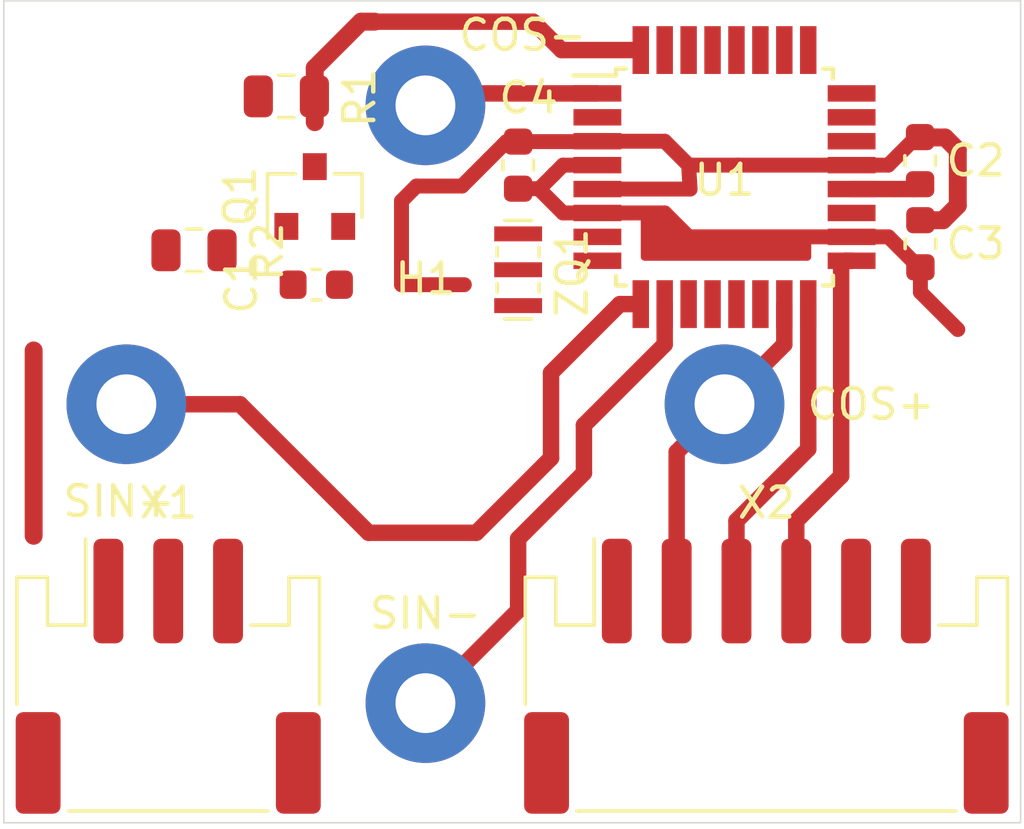
<source format=kicad_pcb>
(kicad_pcb (version 20171130) (host pcbnew 5.1.2-f72e74a~84~ubuntu18.04.1)

  (general
    (thickness 1.6)
    (drawings 5)
    (tracks 76)
    (zones 0)
    (modules 13)
    (nets 31)
  )

  (page A4)
  (layers
    (0 F.Cu signal)
    (31 B.Cu signal)
    (32 B.Adhes user hide)
    (33 F.Adhes user hide)
    (34 B.Paste user hide)
    (35 F.Paste user hide)
    (36 B.SilkS user hide)
    (37 F.SilkS user)
    (38 B.Mask user hide)
    (39 F.Mask user hide)
    (40 Dwgs.User user hide)
    (41 Cmts.User user hide)
    (42 Eco1.User user hide)
    (43 Eco2.User user hide)
    (44 Edge.Cuts user)
    (45 Margin user hide)
    (46 B.CrtYd user)
    (47 F.CrtYd user hide)
    (48 B.Fab user hide)
    (49 F.Fab user hide)
  )

  (setup
    (last_trace_width 0.55)
    (user_trace_width 0.4)
    (user_trace_width 0.55)
    (user_trace_width 0.6)
    (user_trace_width 1)
    (trace_clearance 0.3)
    (zone_clearance 0.508)
    (zone_45_only no)
    (trace_min 0.2)
    (via_size 0.8)
    (via_drill 0.4)
    (via_min_size 0.4)
    (via_min_drill 0.3)
    (uvia_size 0.3)
    (uvia_drill 0.1)
    (uvias_allowed no)
    (uvia_min_size 0.2)
    (uvia_min_drill 0.1)
    (edge_width 0.05)
    (segment_width 0.2)
    (pcb_text_width 0.3)
    (pcb_text_size 1.5 1.5)
    (mod_edge_width 0.12)
    (mod_text_size 1 1)
    (mod_text_width 0.15)
    (pad_size 3.2 3.2)
    (pad_drill 3.2)
    (pad_to_mask_clearance 0.051)
    (solder_mask_min_width 0.25)
    (aux_axis_origin 24.65 56.55)
    (grid_origin 24.65 56.55)
    (visible_elements FFFFFF7F)
    (pcbplotparams
      (layerselection 0x00000_fffffffe)
      (usegerberextensions false)
      (usegerberattributes false)
      (usegerberadvancedattributes false)
      (creategerberjobfile false)
      (excludeedgelayer false)
      (linewidth 0.020000)
      (plotframeref false)
      (viasonmask false)
      (mode 1)
      (useauxorigin false)
      (hpglpennumber 1)
      (hpglpenspeed 20)
      (hpglpendiameter 15.000000)
      (psnegative true)
      (psa4output false)
      (plotreference false)
      (plotvalue false)
      (plotinvisibletext false)
      (padsonsilk false)
      (subtractmaskfromsilk false)
      (outputformat 4)
      (mirror false)
      (drillshape 0)
      (scaleselection 1)
      (outputdirectory "../PCB/"))
  )

  (net 0 "")
  (net 1 +5V)
  (net 2 GND)
  (net 3 "Net-(U1-Pad2)")
  (net 4 "Net-(U1-Pad7)")
  (net 5 "Net-(U1-Pad8)")
  (net 6 "Net-(U1-Pad11)")
  (net 7 "Net-(U1-Pad12)")
  (net 8 "Net-(U1-Pad13)")
  (net 9 "Net-(U1-Pad14)")
  (net 10 RST)
  (net 11 "Net-(U1-Pad22)")
  (net 12 "Net-(U1-Pad23)")
  (net 13 "Net-(U1-Pad25)")
  (net 14 "Net-(U1-Pad26)")
  (net 15 "Net-(U1-Pad27)")
  (net 16 "Net-(U1-Pad28)")
  (net 17 "Net-(U1-Pad30)")
  (net 18 "Net-(U1-Pad31)")
  (net 19 "Net-(C2-Pad1)")
  (net 20 "Net-(U1-Pad19)")
  (net 21 /COS-)
  (net 22 /SIN+)
  (net 23 /SIN-)
  (net 24 /COS+)
  (net 25 "Net-(Q1-Pad3)")
  (net 26 "Net-(C1-Pad2)")
  (net 27 "Net-(R2-Pad2)")
  (net 28 /MISO)
  (net 29 /SCK)
  (net 30 "Net-(U1-Pad24)")

  (net_class Default "This is the default net class."
    (clearance 0.3)
    (trace_width 0.5)
    (via_dia 0.8)
    (via_drill 0.4)
    (uvia_dia 0.3)
    (uvia_drill 0.1)
    (add_net +5V)
    (add_net /COS+)
    (add_net /COS-)
    (add_net /MISO)
    (add_net /SCK)
    (add_net /SIN+)
    (add_net /SIN-)
    (add_net GND)
    (add_net "Net-(C1-Pad2)")
    (add_net "Net-(C2-Pad1)")
    (add_net "Net-(Q1-Pad3)")
    (add_net "Net-(R2-Pad2)")
    (add_net "Net-(U1-Pad11)")
    (add_net "Net-(U1-Pad12)")
    (add_net "Net-(U1-Pad13)")
    (add_net "Net-(U1-Pad14)")
    (add_net "Net-(U1-Pad19)")
    (add_net "Net-(U1-Pad2)")
    (add_net "Net-(U1-Pad22)")
    (add_net "Net-(U1-Pad23)")
    (add_net "Net-(U1-Pad24)")
    (add_net "Net-(U1-Pad25)")
    (add_net "Net-(U1-Pad26)")
    (add_net "Net-(U1-Pad27)")
    (add_net "Net-(U1-Pad28)")
    (add_net "Net-(U1-Pad30)")
    (add_net "Net-(U1-Pad31)")
    (add_net "Net-(U1-Pad7)")
    (add_net "Net-(U1-Pad8)")
    (add_net RST)
  )

  (module Crystal:Resonator_SMD_Murata_CSTxExxV-3Pin_3.2x1.3mm (layer F.Cu) (tedit 5FBA3677) (tstamp 5FBA3D1E)
    (at 41.85 38.05 270)
    (descr "SMD Resomator/Filter Murata CSTCE, https://www.murata.com/en-eu/products/productdata/8801162264606/SPEC-CSTNE16M0VH3C000R0.pdf")
    (tags "SMD SMT ceramic resonator filter")
    (path /5FBB700B)
    (attr smd)
    (fp_text reference ZQ1 (at 0.1 -1.8 90) (layer F.SilkS)
      (effects (font (size 1 1) (thickness 0.15)))
    )
    (fp_text value 16MHz (at 0.1 1.3 90) (layer F.Fab)
      (effects (font (size 0.2 0.2) (thickness 0.03)))
    )
    (fp_line (start 1.65 0.45) (end 1.65 -0.45) (layer F.SilkS) (width 0.12))
    (fp_line (start 0.75 0.7) (end 0.45 0.7) (layer F.SilkS) (width 0.12))
    (fp_line (start -0.45 0.7) (end -0.75 0.7) (layer F.SilkS) (width 0.12))
    (fp_line (start 0.75 -0.7) (end 0.45 -0.7) (layer F.SilkS) (width 0.12))
    (fp_line (start -0.45 -0.7) (end -0.75 -0.7) (layer F.SilkS) (width 0.12))
    (fp_line (start -1.6 0.65) (end 1.6 0.65) (layer F.CrtYd) (width 0.05))
    (fp_line (start -1.6 0.65) (end -1.6 -0.65) (layer F.CrtYd) (width 0.05))
    (fp_line (start 1.6 -0.65) (end 1.6 0.65) (layer F.CrtYd) (width 0.05))
    (fp_line (start -1.6 -0.65) (end 1.6 -0.65) (layer F.CrtYd) (width 0.05))
    (fp_line (start -1.5 0.8) (end -1.5 -0.8) (layer F.Fab) (width 0.1))
    (fp_line (start -1.5 0.8) (end 1.5 0.8) (layer F.Fab) (width 0.1))
    (fp_line (start 1.5 -0.8) (end -1.5 -0.8) (layer F.Fab) (width 0.1))
    (fp_line (start 1.5 0.8) (end 1.5 -0.8) (layer F.Fab) (width 0.1))
    (fp_line (start -1.65 0.45) (end -1.65 -0.45) (layer F.SilkS) (width 0.12))
    (fp_text user %R (at 0.1 -0.05 90) (layer F.Fab)
      (effects (font (size 0.6 0.6) (thickness 0.08)))
    )
    (pad 3 smd rect (at 1.2 0 270) (size 0.5 1.6) (layers F.Cu F.Paste F.Mask)
      (net 5 "Net-(U1-Pad8)"))
    (pad 2 smd rect (at 0 0 270) (size 0.5 1.6) (layers F.Cu F.Paste F.Mask)
      (net 2 GND))
    (pad 1 smd rect (at -1.2 0 270) (size 0.5 1.6) (layers F.Cu F.Paste F.Mask)
      (net 4 "Net-(U1-Pad7)"))
    (model ${KISYS3DMOD}/Crystal.3dshapes/Resonator_SMD_Murata_CSTxExxV-3Pin_3.0x1.1mm.wrl
      (at (xyz 0 0 0))
      (scale (xyz 1 1 1))
      (rotate (xyz 0 0 0))
    )
  )

  (module lexus-speedometer:toyota_potentiometer locked (layer F.Cu) (tedit 5E7AF178) (tstamp 5FB9D46F)
    (at 38.75 42.55)
    (path /5E96E688)
    (fp_text reference X3 (at -2.6 -3.5) (layer F.SilkS) hide
      (effects (font (size 1 1) (thickness 0.15)))
    )
    (fp_text value SPEED (at 12 -8) (layer F.Fab) hide
      (effects (font (size 1 1) (thickness 0.15)))
    )
    (fp_text user COS- (at 3.25 -12.35) (layer F.SilkS)
      (effects (font (size 1 1) (thickness 0.15)))
    )
    (fp_text user SIN- (at 0 7) (layer F.SilkS)
      (effects (font (size 1 1) (thickness 0.15)))
    )
    (fp_text user SIN+ (at -10.25 3.25) (layer F.SilkS)
      (effects (font (size 1 1) (thickness 0.15)))
    )
    (fp_text user COS+ (at 14.9 0) (layer F.SilkS)
      (effects (font (size 1 1) (thickness 0.15)))
    )
    (fp_circle (center 0 0) (end 1.5 0) (layer F.SilkS) (width 0.12))
    (pad 4 thru_hole circle (at 0 -10) (size 4 4) (drill 2) (layers F.Cu F.Mask)
      (net 21 /COS-) (clearance 0.6))
    (pad 2 thru_hole circle (at 0 10) (size 4 4) (drill 2) (layers F.Cu F.Mask)
      (net 23 /SIN-) (clearance 0.6))
    (pad 1 thru_hole circle (at -10 0) (size 4 4) (drill 2) (layers F.Cu F.Mask)
      (net 22 /SIN+) (clearance 0.6))
    (pad 3 thru_hole circle (at 10 0) (size 4 4) (drill 2) (layers F.Cu F.Mask)
      (net 24 /COS+) (clearance 0.6))
  )

  (module Capacitor_SMD:C_0603_1608Metric (layer F.Cu) (tedit 5B301BBE) (tstamp 5E79BE50)
    (at 55.29 34.4 90)
    (descr "Capacitor SMD 0603 (1608 Metric), square (rectangular) end terminal, IPC_7351 nominal, (Body size source: http://www.tortai-tech.com/upload/download/2011102023233369053.pdf), generated with kicad-footprint-generator")
    (tags capacitor)
    (path /5E7B582A)
    (attr smd)
    (fp_text reference C2 (at 0 1.86 180) (layer F.SilkS)
      (effects (font (size 1 1) (thickness 0.15)))
    )
    (fp_text value 0.1 (at 0 1.43 90) (layer F.Fab)
      (effects (font (size 1 1) (thickness 0.15)))
    )
    (fp_text user %R (at 0 0 90) (layer F.Fab)
      (effects (font (size 0.4 0.4) (thickness 0.06)))
    )
    (fp_line (start 1.48 0.73) (end -1.48 0.73) (layer F.CrtYd) (width 0.05))
    (fp_line (start 1.48 -0.73) (end 1.48 0.73) (layer F.CrtYd) (width 0.05))
    (fp_line (start -1.48 -0.73) (end 1.48 -0.73) (layer F.CrtYd) (width 0.05))
    (fp_line (start -1.48 0.73) (end -1.48 -0.73) (layer F.CrtYd) (width 0.05))
    (fp_line (start -0.162779 0.51) (end 0.162779 0.51) (layer F.SilkS) (width 0.12))
    (fp_line (start -0.162779 -0.51) (end 0.162779 -0.51) (layer F.SilkS) (width 0.12))
    (fp_line (start 0.8 0.4) (end -0.8 0.4) (layer F.Fab) (width 0.1))
    (fp_line (start 0.8 -0.4) (end 0.8 0.4) (layer F.Fab) (width 0.1))
    (fp_line (start -0.8 -0.4) (end 0.8 -0.4) (layer F.Fab) (width 0.1))
    (fp_line (start -0.8 0.4) (end -0.8 -0.4) (layer F.Fab) (width 0.1))
    (pad 2 smd roundrect (at 0.7875 0 90) (size 0.875 0.95) (layers F.Cu F.Paste F.Mask) (roundrect_rratio 0.25)
      (net 2 GND))
    (pad 1 smd roundrect (at -0.7875 0 90) (size 0.875 0.95) (layers F.Cu F.Paste F.Mask) (roundrect_rratio 0.25)
      (net 19 "Net-(C2-Pad1)"))
    (model ${KISYS3DMOD}/Capacitor_SMD.3dshapes/C_0603_1608Metric.wrl
      (at (xyz 0 0 0))
      (scale (xyz 1 1 1))
      (rotate (xyz 0 0 0))
    )
  )

  (module Capacitor_SMD:C_0603_1608Metric (layer F.Cu) (tedit 5B301BBE) (tstamp 5E79ABC4)
    (at 41.85 34.55 90)
    (descr "Capacitor SMD 0603 (1608 Metric), square (rectangular) end terminal, IPC_7351 nominal, (Body size source: http://www.tortai-tech.com/upload/download/2011102023233369053.pdf), generated with kicad-footprint-generator")
    (tags capacitor)
    (path /5E7A886D)
    (attr smd)
    (fp_text reference C4 (at 2.25 0.35 180) (layer F.SilkS)
      (effects (font (size 1 1) (thickness 0.15)))
    )
    (fp_text value 10u (at 0 1.43 90) (layer F.Fab)
      (effects (font (size 1 1) (thickness 0.15)))
    )
    (fp_text user %R (at 0 0 90) (layer F.Fab)
      (effects (font (size 0.4 0.4) (thickness 0.06)))
    )
    (fp_line (start 1.48 0.73) (end -1.48 0.73) (layer F.CrtYd) (width 0.05))
    (fp_line (start 1.48 -0.73) (end 1.48 0.73) (layer F.CrtYd) (width 0.05))
    (fp_line (start -1.48 -0.73) (end 1.48 -0.73) (layer F.CrtYd) (width 0.05))
    (fp_line (start -1.48 0.73) (end -1.48 -0.73) (layer F.CrtYd) (width 0.05))
    (fp_line (start -0.162779 0.51) (end 0.162779 0.51) (layer F.SilkS) (width 0.12))
    (fp_line (start -0.162779 -0.51) (end 0.162779 -0.51) (layer F.SilkS) (width 0.12))
    (fp_line (start 0.8 0.4) (end -0.8 0.4) (layer F.Fab) (width 0.1))
    (fp_line (start 0.8 -0.4) (end 0.8 0.4) (layer F.Fab) (width 0.1))
    (fp_line (start -0.8 -0.4) (end 0.8 -0.4) (layer F.Fab) (width 0.1))
    (fp_line (start -0.8 0.4) (end -0.8 -0.4) (layer F.Fab) (width 0.1))
    (pad 2 smd roundrect (at 0.7875 0 90) (size 0.875 0.95) (layers F.Cu F.Paste F.Mask) (roundrect_rratio 0.25)
      (net 2 GND))
    (pad 1 smd roundrect (at -0.7875 0 90) (size 0.875 0.95) (layers F.Cu F.Paste F.Mask) (roundrect_rratio 0.25)
      (net 1 +5V))
    (model ${KISYS3DMOD}/Capacitor_SMD.3dshapes/C_0603_1608Metric.wrl
      (at (xyz 0 0 0))
      (scale (xyz 1 1 1))
      (rotate (xyz 0 0 0))
    )
  )

  (module Capacitor_SMD:C_0603_1608Metric (layer F.Cu) (tedit 5B301BBE) (tstamp 5E79A502)
    (at 55.3 37.18 90)
    (descr "Capacitor SMD 0603 (1608 Metric), square (rectangular) end terminal, IPC_7351 nominal, (Body size source: http://www.tortai-tech.com/upload/download/2011102023233369053.pdf), generated with kicad-footprint-generator")
    (tags capacitor)
    (path /5EA4C7C6)
    (attr smd)
    (fp_text reference C3 (at 0 1.85 180) (layer F.SilkS)
      (effects (font (size 1 1) (thickness 0.15)))
    )
    (fp_text value 0.1 (at 0 1.43 90) (layer F.Fab)
      (effects (font (size 1 1) (thickness 0.15)))
    )
    (fp_text user %R (at 0 0 90) (layer F.Fab)
      (effects (font (size 0.4 0.4) (thickness 0.06)))
    )
    (fp_line (start 1.48 0.73) (end -1.48 0.73) (layer F.CrtYd) (width 0.05))
    (fp_line (start 1.48 -0.73) (end 1.48 0.73) (layer F.CrtYd) (width 0.05))
    (fp_line (start -1.48 -0.73) (end 1.48 -0.73) (layer F.CrtYd) (width 0.05))
    (fp_line (start -1.48 0.73) (end -1.48 -0.73) (layer F.CrtYd) (width 0.05))
    (fp_line (start -0.162779 0.51) (end 0.162779 0.51) (layer F.SilkS) (width 0.12))
    (fp_line (start -0.162779 -0.51) (end 0.162779 -0.51) (layer F.SilkS) (width 0.12))
    (fp_line (start 0.8 0.4) (end -0.8 0.4) (layer F.Fab) (width 0.1))
    (fp_line (start 0.8 -0.4) (end 0.8 0.4) (layer F.Fab) (width 0.1))
    (fp_line (start -0.8 -0.4) (end 0.8 -0.4) (layer F.Fab) (width 0.1))
    (fp_line (start -0.8 0.4) (end -0.8 -0.4) (layer F.Fab) (width 0.1))
    (pad 2 smd roundrect (at 0.7875 0 90) (size 0.875 0.95) (layers F.Cu F.Paste F.Mask) (roundrect_rratio 0.25)
      (net 2 GND))
    (pad 1 smd roundrect (at -0.7875 0 90) (size 0.875 0.95) (layers F.Cu F.Paste F.Mask) (roundrect_rratio 0.25)
      (net 1 +5V))
    (model ${KISYS3DMOD}/Capacitor_SMD.3dshapes/C_0603_1608Metric.wrl
      (at (xyz 0 0 0))
      (scale (xyz 1 1 1))
      (rotate (xyz 0 0 0))
    )
  )

  (module Package_QFP:TQFP-32_7x7mm_P0.8mm (layer F.Cu) (tedit 5A02F146) (tstamp 5E797BC9)
    (at 48.75 34.95)
    (descr "32-Lead Plastic Thin Quad Flatpack (PT) - 7x7x1.0 mm Body, 2.00 mm [TQFP] (see Microchip Packaging Specification 00000049BS.pdf)")
    (tags "QFP 0.8")
    (path /5E78E732)
    (attr smd)
    (fp_text reference U1 (at 0 0.1) (layer F.SilkS)
      (effects (font (size 1 1) (thickness 0.15)))
    )
    (fp_text value ATmega88 (at 0 6.05) (layer F.Fab)
      (effects (font (size 1 1) (thickness 0.15)))
    )
    (fp_text user %R (at 0 0) (layer F.Fab)
      (effects (font (size 1 1) (thickness 0.15)))
    )
    (fp_line (start -2.5 -3.5) (end 3.5 -3.5) (layer F.Fab) (width 0.15))
    (fp_line (start 3.5 -3.5) (end 3.5 3.5) (layer F.Fab) (width 0.15))
    (fp_line (start 3.5 3.5) (end -3.5 3.5) (layer F.Fab) (width 0.15))
    (fp_line (start -3.5 3.5) (end -3.5 -2.5) (layer F.Fab) (width 0.15))
    (fp_line (start -3.5 -2.5) (end -2.5 -3.5) (layer F.Fab) (width 0.15))
    (fp_line (start -5.3 -5.3) (end -5.3 5.3) (layer F.CrtYd) (width 0.05))
    (fp_line (start 5.3 -5.3) (end 5.3 5.3) (layer F.CrtYd) (width 0.05))
    (fp_line (start -5.3 -5.3) (end 5.3 -5.3) (layer F.CrtYd) (width 0.05))
    (fp_line (start -5.3 5.3) (end 5.3 5.3) (layer F.CrtYd) (width 0.05))
    (fp_line (start -3.625 -3.625) (end -3.625 -3.4) (layer F.SilkS) (width 0.15))
    (fp_line (start 3.625 -3.625) (end 3.625 -3.3) (layer F.SilkS) (width 0.15))
    (fp_line (start 3.625 3.625) (end 3.625 3.3) (layer F.SilkS) (width 0.15))
    (fp_line (start -3.625 3.625) (end -3.625 3.3) (layer F.SilkS) (width 0.15))
    (fp_line (start -3.625 -3.625) (end -3.3 -3.625) (layer F.SilkS) (width 0.15))
    (fp_line (start -3.625 3.625) (end -3.3 3.625) (layer F.SilkS) (width 0.15))
    (fp_line (start 3.625 3.625) (end 3.3 3.625) (layer F.SilkS) (width 0.15))
    (fp_line (start 3.625 -3.625) (end 3.3 -3.625) (layer F.SilkS) (width 0.15))
    (fp_line (start -3.625 -3.4) (end -5.05 -3.4) (layer F.SilkS) (width 0.15))
    (pad 1 smd rect (at -4.25 -2.8) (size 1.6 0.55) (layers F.Cu F.Paste F.Mask)
      (net 21 /COS-))
    (pad 2 smd rect (at -4.25 -2) (size 1.6 0.55) (layers F.Cu F.Paste F.Mask)
      (net 3 "Net-(U1-Pad2)"))
    (pad 3 smd rect (at -4.25 -1.2) (size 1.6 0.55) (layers F.Cu F.Paste F.Mask)
      (net 2 GND))
    (pad 4 smd rect (at -4.25 -0.4) (size 1.6 0.55) (layers F.Cu F.Paste F.Mask)
      (net 1 +5V))
    (pad 5 smd rect (at -4.25 0.4) (size 1.6 0.55) (layers F.Cu F.Paste F.Mask)
      (net 2 GND))
    (pad 6 smd rect (at -4.25 1.2) (size 1.6 0.55) (layers F.Cu F.Paste F.Mask)
      (net 1 +5V))
    (pad 7 smd rect (at -4.25 2) (size 1.6 0.55) (layers F.Cu F.Paste F.Mask)
      (net 4 "Net-(U1-Pad7)"))
    (pad 8 smd rect (at -4.25 2.8) (size 1.6 0.55) (layers F.Cu F.Paste F.Mask)
      (net 5 "Net-(U1-Pad8)"))
    (pad 9 smd rect (at -2.8 4.25 90) (size 1.6 0.55) (layers F.Cu F.Paste F.Mask)
      (net 22 /SIN+))
    (pad 10 smd rect (at -2 4.25 90) (size 1.6 0.55) (layers F.Cu F.Paste F.Mask)
      (net 23 /SIN-))
    (pad 11 smd rect (at -1.2 4.25 90) (size 1.6 0.55) (layers F.Cu F.Paste F.Mask)
      (net 6 "Net-(U1-Pad11)"))
    (pad 12 smd rect (at -0.4 4.25 90) (size 1.6 0.55) (layers F.Cu F.Paste F.Mask)
      (net 7 "Net-(U1-Pad12)"))
    (pad 13 smd rect (at 0.4 4.25 90) (size 1.6 0.55) (layers F.Cu F.Paste F.Mask)
      (net 8 "Net-(U1-Pad13)"))
    (pad 14 smd rect (at 1.2 4.25 90) (size 1.6 0.55) (layers F.Cu F.Paste F.Mask)
      (net 9 "Net-(U1-Pad14)"))
    (pad 15 smd rect (at 2 4.25 90) (size 1.6 0.55) (layers F.Cu F.Paste F.Mask)
      (net 24 /COS+))
    (pad 16 smd rect (at 2.8 4.25 90) (size 1.6 0.55) (layers F.Cu F.Paste F.Mask)
      (net 28 /MISO))
    (pad 17 smd rect (at 4.25 2.8) (size 1.6 0.55) (layers F.Cu F.Paste F.Mask)
      (net 29 /SCK))
    (pad 18 smd rect (at 4.25 2) (size 1.6 0.55) (layers F.Cu F.Paste F.Mask)
      (net 1 +5V))
    (pad 19 smd rect (at 4.25 1.2) (size 1.6 0.55) (layers F.Cu F.Paste F.Mask)
      (net 20 "Net-(U1-Pad19)"))
    (pad 20 smd rect (at 4.25 0.4) (size 1.6 0.55) (layers F.Cu F.Paste F.Mask)
      (net 19 "Net-(C2-Pad1)"))
    (pad 21 smd rect (at 4.25 -0.4) (size 1.6 0.55) (layers F.Cu F.Paste F.Mask)
      (net 2 GND))
    (pad 22 smd rect (at 4.25 -1.2) (size 1.6 0.55) (layers F.Cu F.Paste F.Mask)
      (net 11 "Net-(U1-Pad22)"))
    (pad 23 smd rect (at 4.25 -2) (size 1.6 0.55) (layers F.Cu F.Paste F.Mask)
      (net 12 "Net-(U1-Pad23)"))
    (pad 24 smd rect (at 4.25 -2.8) (size 1.6 0.55) (layers F.Cu F.Paste F.Mask)
      (net 30 "Net-(U1-Pad24)"))
    (pad 25 smd rect (at 2.8 -4.25 90) (size 1.6 0.55) (layers F.Cu F.Paste F.Mask)
      (net 13 "Net-(U1-Pad25)"))
    (pad 26 smd rect (at 2 -4.25 90) (size 1.6 0.55) (layers F.Cu F.Paste F.Mask)
      (net 14 "Net-(U1-Pad26)"))
    (pad 27 smd rect (at 1.2 -4.25 90) (size 1.6 0.55) (layers F.Cu F.Paste F.Mask)
      (net 15 "Net-(U1-Pad27)"))
    (pad 28 smd rect (at 0.4 -4.25 90) (size 1.6 0.55) (layers F.Cu F.Paste F.Mask)
      (net 16 "Net-(U1-Pad28)"))
    (pad 29 smd rect (at -0.4 -4.25 90) (size 1.6 0.55) (layers F.Cu F.Paste F.Mask)
      (net 10 RST))
    (pad 30 smd rect (at -1.2 -4.25 90) (size 1.6 0.55) (layers F.Cu F.Paste F.Mask)
      (net 17 "Net-(U1-Pad30)"))
    (pad 31 smd rect (at -2 -4.25 90) (size 1.6 0.55) (layers F.Cu F.Paste F.Mask)
      (net 18 "Net-(U1-Pad31)"))
    (pad 32 smd rect (at -2.8 -4.25 90) (size 1.6 0.55) (layers F.Cu F.Paste F.Mask)
      (net 25 "Net-(Q1-Pad3)"))
    (model ${KISYS3DMOD}/Package_QFP.3dshapes/TQFP-32_7x7mm_P0.8mm.wrl
      (at (xyz 0 0 0))
      (scale (xyz 1 1 1))
      (rotate (xyz 0 0 0))
    )
  )

  (module Package_TO_SOT_SMD:SOT-23 (layer F.Cu) (tedit 5A02FF57) (tstamp 5FB9EA31)
    (at 35.05 35.6 90)
    (descr "SOT-23, Standard")
    (tags SOT-23)
    (path /5E7C311C)
    (attr smd)
    (fp_text reference Q1 (at 0 -2.5 90) (layer F.SilkS)
      (effects (font (size 1 1) (thickness 0.15)))
    )
    (fp_text value 2SC2412 (at 0 2.5 90) (layer F.Fab)
      (effects (font (size 1 1) (thickness 0.15)))
    )
    (fp_text user %R (at 0 0) (layer F.Fab)
      (effects (font (size 0.5 0.5) (thickness 0.075)))
    )
    (fp_line (start -0.7 -0.95) (end -0.7 1.5) (layer F.Fab) (width 0.1))
    (fp_line (start -0.15 -1.52) (end 0.7 -1.52) (layer F.Fab) (width 0.1))
    (fp_line (start -0.7 -0.95) (end -0.15 -1.52) (layer F.Fab) (width 0.1))
    (fp_line (start 0.7 -1.52) (end 0.7 1.52) (layer F.Fab) (width 0.1))
    (fp_line (start -0.7 1.52) (end 0.7 1.52) (layer F.Fab) (width 0.1))
    (fp_line (start 0.76 1.58) (end 0.76 0.65) (layer F.SilkS) (width 0.12))
    (fp_line (start 0.76 -1.58) (end 0.76 -0.65) (layer F.SilkS) (width 0.12))
    (fp_line (start -1.7 -1.75) (end 1.7 -1.75) (layer F.CrtYd) (width 0.05))
    (fp_line (start 1.7 -1.75) (end 1.7 1.75) (layer F.CrtYd) (width 0.05))
    (fp_line (start 1.7 1.75) (end -1.7 1.75) (layer F.CrtYd) (width 0.05))
    (fp_line (start -1.7 1.75) (end -1.7 -1.75) (layer F.CrtYd) (width 0.05))
    (fp_line (start 0.76 -1.58) (end -1.4 -1.58) (layer F.SilkS) (width 0.12))
    (fp_line (start 0.76 1.58) (end -0.7 1.58) (layer F.SilkS) (width 0.12))
    (pad 1 smd rect (at -1 -0.95 90) (size 0.9 0.8) (layers F.Cu F.Paste F.Mask)
      (net 26 "Net-(C1-Pad2)"))
    (pad 2 smd rect (at -1 0.95 90) (size 0.9 0.8) (layers F.Cu F.Paste F.Mask)
      (net 2 GND))
    (pad 3 smd rect (at 1 0 90) (size 0.9 0.8) (layers F.Cu F.Paste F.Mask)
      (net 25 "Net-(Q1-Pad3)"))
    (model ${KISYS3DMOD}/Package_TO_SOT_SMD.3dshapes/SOT-23.wrl
      (at (xyz 0 0 0))
      (scale (xyz 1 1 1))
      (rotate (xyz 0 0 0))
    )
  )

  (module Resistor_SMD:R_0805_2012Metric (layer F.Cu) (tedit 5B36C52B) (tstamp 5E7A9E84)
    (at 31.0125 37.4 180)
    (descr "Resistor SMD 0805 (2012 Metric), square (rectangular) end terminal, IPC_7351 nominal, (Body size source: https://docs.google.com/spreadsheets/d/1BsfQQcO9C6DZCsRaXUlFlo91Tg2WpOkGARC1WS5S8t0/edit?usp=sharing), generated with kicad-footprint-generator")
    (tags resistor)
    (path /5E7E2A8A)
    (attr smd)
    (fp_text reference R2 (at -2.45 -0.05 270) (layer F.SilkS)
      (effects (font (size 1 1) (thickness 0.15)))
    )
    (fp_text value 10k (at 0 1.65) (layer F.Fab)
      (effects (font (size 1 1) (thickness 0.15)))
    )
    (fp_line (start -1 0.6) (end -1 -0.6) (layer F.Fab) (width 0.1))
    (fp_line (start -1 -0.6) (end 1 -0.6) (layer F.Fab) (width 0.1))
    (fp_line (start 1 -0.6) (end 1 0.6) (layer F.Fab) (width 0.1))
    (fp_line (start 1 0.6) (end -1 0.6) (layer F.Fab) (width 0.1))
    (fp_line (start -0.258578 -0.71) (end 0.258578 -0.71) (layer F.SilkS) (width 0.12))
    (fp_line (start -0.258578 0.71) (end 0.258578 0.71) (layer F.SilkS) (width 0.12))
    (fp_line (start -1.68 0.95) (end -1.68 -0.95) (layer F.CrtYd) (width 0.05))
    (fp_line (start -1.68 -0.95) (end 1.68 -0.95) (layer F.CrtYd) (width 0.05))
    (fp_line (start 1.68 -0.95) (end 1.68 0.95) (layer F.CrtYd) (width 0.05))
    (fp_line (start 1.68 0.95) (end -1.68 0.95) (layer F.CrtYd) (width 0.05))
    (fp_text user %R (at 0 0) (layer F.Fab)
      (effects (font (size 0.5 0.5) (thickness 0.08)))
    )
    (pad 1 smd roundrect (at -0.9375 0 180) (size 0.975 1.4) (layers F.Cu F.Paste F.Mask) (roundrect_rratio 0.25)
      (net 26 "Net-(C1-Pad2)"))
    (pad 2 smd roundrect (at 0.9375 0 180) (size 0.975 1.4) (layers F.Cu F.Paste F.Mask) (roundrect_rratio 0.25)
      (net 27 "Net-(R2-Pad2)"))
    (model ${KISYS3DMOD}/Resistor_SMD.3dshapes/R_0805_2012Metric.wrl
      (at (xyz 0 0 0))
      (scale (xyz 1 1 1))
      (rotate (xyz 0 0 0))
    )
  )

  (module Resistor_SMD:R_0805_2012Metric (layer F.Cu) (tedit 5B36C52B) (tstamp 5E7A964C)
    (at 34.1 32.25)
    (descr "Resistor SMD 0805 (2012 Metric), square (rectangular) end terminal, IPC_7351 nominal, (Body size source: https://docs.google.com/spreadsheets/d/1BsfQQcO9C6DZCsRaXUlFlo91Tg2WpOkGARC1WS5S8t0/edit?usp=sharing), generated with kicad-footprint-generator")
    (tags resistor)
    (path /5E7D758D)
    (attr smd)
    (fp_text reference R1 (at 2.45 0.05 270) (layer F.SilkS)
      (effects (font (size 1 1) (thickness 0.15)))
    )
    (fp_text value 1k (at 0 1.65) (layer F.Fab)
      (effects (font (size 1 1) (thickness 0.15)))
    )
    (fp_text user %R (at 0 0) (layer F.Fab)
      (effects (font (size 0.5 0.5) (thickness 0.08)))
    )
    (fp_line (start 1.68 0.95) (end -1.68 0.95) (layer F.CrtYd) (width 0.05))
    (fp_line (start 1.68 -0.95) (end 1.68 0.95) (layer F.CrtYd) (width 0.05))
    (fp_line (start -1.68 -0.95) (end 1.68 -0.95) (layer F.CrtYd) (width 0.05))
    (fp_line (start -1.68 0.95) (end -1.68 -0.95) (layer F.CrtYd) (width 0.05))
    (fp_line (start -0.258578 0.71) (end 0.258578 0.71) (layer F.SilkS) (width 0.12))
    (fp_line (start -0.258578 -0.71) (end 0.258578 -0.71) (layer F.SilkS) (width 0.12))
    (fp_line (start 1 0.6) (end -1 0.6) (layer F.Fab) (width 0.1))
    (fp_line (start 1 -0.6) (end 1 0.6) (layer F.Fab) (width 0.1))
    (fp_line (start -1 -0.6) (end 1 -0.6) (layer F.Fab) (width 0.1))
    (fp_line (start -1 0.6) (end -1 -0.6) (layer F.Fab) (width 0.1))
    (pad 2 smd roundrect (at 0.9375 0) (size 0.975 1.4) (layers F.Cu F.Paste F.Mask) (roundrect_rratio 0.25)
      (net 25 "Net-(Q1-Pad3)"))
    (pad 1 smd roundrect (at -0.9375 0) (size 0.975 1.4) (layers F.Cu F.Paste F.Mask) (roundrect_rratio 0.25)
      (net 1 +5V))
    (model ${KISYS3DMOD}/Resistor_SMD.3dshapes/R_0805_2012Metric.wrl
      (at (xyz 0 0 0))
      (scale (xyz 1 1 1))
      (rotate (xyz 0 0 0))
    )
  )

  (module Capacitor_SMD:C_0603_1608Metric (layer F.Cu) (tedit 5F68FEEE) (tstamp 5FB9E9FD)
    (at 35.1 38.55 180)
    (descr "Capacitor SMD 0603 (1608 Metric), square (rectangular) end terminal, IPC_7351 nominal, (Body size source: IPC-SM-782 page 76, https://www.pcb-3d.com/wordpress/wp-content/uploads/ipc-sm-782a_amendment_1_and_2.pdf), generated with kicad-footprint-generator")
    (tags capacitor)
    (path /5EF08DCC)
    (attr smd)
    (fp_text reference C1 (at 2.5 0 270) (layer F.SilkS)
      (effects (font (size 1 1) (thickness 0.15)))
    )
    (fp_text value 10u (at 0 1.43) (layer F.Fab)
      (effects (font (size 1 1) (thickness 0.15)))
    )
    (fp_line (start -0.8 0.4) (end -0.8 -0.4) (layer F.Fab) (width 0.1))
    (fp_line (start -0.8 -0.4) (end 0.8 -0.4) (layer F.Fab) (width 0.1))
    (fp_line (start 0.8 -0.4) (end 0.8 0.4) (layer F.Fab) (width 0.1))
    (fp_line (start 0.8 0.4) (end -0.8 0.4) (layer F.Fab) (width 0.1))
    (fp_line (start -0.14058 -0.51) (end 0.14058 -0.51) (layer F.SilkS) (width 0.12))
    (fp_line (start -0.14058 0.51) (end 0.14058 0.51) (layer F.SilkS) (width 0.12))
    (fp_line (start -1.48 0.73) (end -1.48 -0.73) (layer F.CrtYd) (width 0.05))
    (fp_line (start -1.48 -0.73) (end 1.48 -0.73) (layer F.CrtYd) (width 0.05))
    (fp_line (start 1.48 -0.73) (end 1.48 0.73) (layer F.CrtYd) (width 0.05))
    (fp_line (start 1.48 0.73) (end -1.48 0.73) (layer F.CrtYd) (width 0.05))
    (fp_text user %R (at 0 0) (layer F.Fab)
      (effects (font (size 0.4 0.4) (thickness 0.06)))
    )
    (pad 1 smd roundrect (at -0.775 0 180) (size 0.9 0.95) (layers F.Cu F.Paste F.Mask) (roundrect_rratio 0.25)
      (net 2 GND))
    (pad 2 smd roundrect (at 0.775 0 180) (size 0.9 0.95) (layers F.Cu F.Paste F.Mask) (roundrect_rratio 0.25)
      (net 26 "Net-(C1-Pad2)"))
    (model ${KISYS3DMOD}/Capacitor_SMD.3dshapes/C_0603_1608Metric.wrl
      (at (xyz 0 0 0))
      (scale (xyz 1 1 1))
      (rotate (xyz 0 0 0))
    )
  )

  (module Connector_JST:JST_PH_S3B-PH-SM4-TB_1x03-1MP_P2.00mm_Horizontal (layer F.Cu) (tedit 5B78AD87) (tstamp 5FB9E803)
    (at 30.15 51.65)
    (descr "JST PH series connector, S3B-PH-SM4-TB (http://www.jst-mfg.com/product/pdf/eng/ePH.pdf), generated with kicad-footprint-generator")
    (tags "connector JST PH top entry")
    (path /5FB8E671)
    (attr smd)
    (fp_text reference X1 (at 0 -5.8) (layer F.SilkS)
      (effects (font (size 1 1) (thickness 0.15)))
    )
    (fp_text value PNL (at 0 5.8) (layer F.Fab)
      (effects (font (size 1 1) (thickness 0.15)))
    )
    (fp_line (start -4.95 -3.2) (end -4.15 -3.2) (layer F.Fab) (width 0.1))
    (fp_line (start -4.15 -3.2) (end -4.15 -1.6) (layer F.Fab) (width 0.1))
    (fp_line (start -4.15 -1.6) (end 4.15 -1.6) (layer F.Fab) (width 0.1))
    (fp_line (start 4.15 -1.6) (end 4.15 -3.2) (layer F.Fab) (width 0.1))
    (fp_line (start 4.15 -3.2) (end 4.95 -3.2) (layer F.Fab) (width 0.1))
    (fp_line (start -5.06 0.94) (end -5.06 -3.31) (layer F.SilkS) (width 0.12))
    (fp_line (start -5.06 -3.31) (end -4.04 -3.31) (layer F.SilkS) (width 0.12))
    (fp_line (start -4.04 -3.31) (end -4.04 -1.71) (layer F.SilkS) (width 0.12))
    (fp_line (start -4.04 -1.71) (end -2.76 -1.71) (layer F.SilkS) (width 0.12))
    (fp_line (start -2.76 -1.71) (end -2.76 -4.6) (layer F.SilkS) (width 0.12))
    (fp_line (start 5.06 0.94) (end 5.06 -3.31) (layer F.SilkS) (width 0.12))
    (fp_line (start 5.06 -3.31) (end 4.04 -3.31) (layer F.SilkS) (width 0.12))
    (fp_line (start 4.04 -3.31) (end 4.04 -1.71) (layer F.SilkS) (width 0.12))
    (fp_line (start 4.04 -1.71) (end 2.76 -1.71) (layer F.SilkS) (width 0.12))
    (fp_line (start -3.34 4.51) (end 3.34 4.51) (layer F.SilkS) (width 0.12))
    (fp_line (start -4.95 4.4) (end 4.95 4.4) (layer F.Fab) (width 0.1))
    (fp_line (start -4.95 -3.2) (end -4.95 4.4) (layer F.Fab) (width 0.1))
    (fp_line (start 4.95 -3.2) (end 4.95 4.4) (layer F.Fab) (width 0.1))
    (fp_line (start -5.6 -5.1) (end -5.6 5.1) (layer F.CrtYd) (width 0.05))
    (fp_line (start -5.6 5.1) (end 5.6 5.1) (layer F.CrtYd) (width 0.05))
    (fp_line (start 5.6 5.1) (end 5.6 -5.1) (layer F.CrtYd) (width 0.05))
    (fp_line (start 5.6 -5.1) (end -5.6 -5.1) (layer F.CrtYd) (width 0.05))
    (fp_line (start -2.5 -1.6) (end -2 -0.892893) (layer F.Fab) (width 0.1))
    (fp_line (start -2 -0.892893) (end -1.5 -1.6) (layer F.Fab) (width 0.1))
    (fp_text user %R (at 0 1.5) (layer F.Fab)
      (effects (font (size 1 1) (thickness 0.15)))
    )
    (pad 1 smd roundrect (at -2 -2.85) (size 1 3.5) (layers F.Cu F.Paste F.Mask) (roundrect_rratio 0.25)
      (net 2 GND))
    (pad 2 smd roundrect (at 0 -2.85) (size 1 3.5) (layers F.Cu F.Paste F.Mask) (roundrect_rratio 0.25)
      (net 27 "Net-(R2-Pad2)"))
    (pad 3 smd roundrect (at 2 -2.85) (size 1 3.5) (layers F.Cu F.Paste F.Mask) (roundrect_rratio 0.25)
      (net 1 +5V))
    (pad MP smd roundrect (at -4.35 2.9) (size 1.5 3.4) (layers F.Cu F.Paste F.Mask) (roundrect_rratio 0.166667))
    (pad MP smd roundrect (at 4.35 2.9) (size 1.5 3.4) (layers F.Cu F.Paste F.Mask) (roundrect_rratio 0.166667))
    (model ${KISYS3DMOD}/Connector_JST.3dshapes/JST_PH_S3B-PH-SM4-TB_1x03-1MP_P2.00mm_Horizontal.wrl
      (at (xyz 0 0 0))
      (scale (xyz 1 1 1))
      (rotate (xyz 0 0 0))
    )
  )

  (module JST_PH_S6B-PH-SM4-TB_1x06-1MP_P2.00mm_Horizontal (layer F.Cu) (tedit 5B78AD87) (tstamp 5FB9DE88)
    (at 50.15 51.65)
    (descr "JST PH series connector, S6B-PH-SM4-TB (http://www.jst-mfg.com/product/pdf/eng/ePH.pdf), generated with kicad-footprint-generator")
    (tags "connector JST PH top entry")
    (path /5FB8FEAF)
    (attr smd)
    (fp_text reference X2 (at 0 -5.8) (layer F.SilkS)
      (effects (font (size 1 1) (thickness 0.15)))
    )
    (fp_text value SPI (at 0 5.8) (layer F.Fab)
      (effects (font (size 1 1) (thickness 0.15)))
    )
    (fp_line (start -7.95 -3.2) (end -7.15 -3.2) (layer F.Fab) (width 0.1))
    (fp_line (start -7.15 -3.2) (end -7.15 -1.6) (layer F.Fab) (width 0.1))
    (fp_line (start -7.15 -1.6) (end 7.15 -1.6) (layer F.Fab) (width 0.1))
    (fp_line (start 7.15 -1.6) (end 7.15 -3.2) (layer F.Fab) (width 0.1))
    (fp_line (start 7.15 -3.2) (end 7.95 -3.2) (layer F.Fab) (width 0.1))
    (fp_line (start -8.06 0.94) (end -8.06 -3.31) (layer F.SilkS) (width 0.12))
    (fp_line (start -8.06 -3.31) (end -7.04 -3.31) (layer F.SilkS) (width 0.12))
    (fp_line (start -7.04 -3.31) (end -7.04 -1.71) (layer F.SilkS) (width 0.12))
    (fp_line (start -7.04 -1.71) (end -5.76 -1.71) (layer F.SilkS) (width 0.12))
    (fp_line (start -5.76 -1.71) (end -5.76 -4.6) (layer F.SilkS) (width 0.12))
    (fp_line (start 8.06 0.94) (end 8.06 -3.31) (layer F.SilkS) (width 0.12))
    (fp_line (start 8.06 -3.31) (end 7.04 -3.31) (layer F.SilkS) (width 0.12))
    (fp_line (start 7.04 -3.31) (end 7.04 -1.71) (layer F.SilkS) (width 0.12))
    (fp_line (start 7.04 -1.71) (end 5.76 -1.71) (layer F.SilkS) (width 0.12))
    (fp_line (start -6.34 4.51) (end 6.34 4.51) (layer F.SilkS) (width 0.12))
    (fp_line (start -7.95 4.4) (end 7.95 4.4) (layer F.Fab) (width 0.1))
    (fp_line (start -7.95 -3.2) (end -7.95 4.4) (layer F.Fab) (width 0.1))
    (fp_line (start 7.95 -3.2) (end 7.95 4.4) (layer F.Fab) (width 0.1))
    (fp_line (start -8.6 -5.1) (end -8.6 5.1) (layer F.CrtYd) (width 0.05))
    (fp_line (start -8.6 5.1) (end 8.6 5.1) (layer F.CrtYd) (width 0.05))
    (fp_line (start 8.6 5.1) (end 8.6 -5.1) (layer F.CrtYd) (width 0.05))
    (fp_line (start 8.6 -5.1) (end -8.6 -5.1) (layer F.CrtYd) (width 0.05))
    (fp_line (start -5.5 -1.6) (end -5 -0.892893) (layer F.Fab) (width 0.1))
    (fp_line (start -5 -0.892893) (end -4.5 -1.6) (layer F.Fab) (width 0.1))
    (fp_text user %R (at 0 1.5) (layer F.Fab)
      (effects (font (size 1 1) (thickness 0.15)))
    )
    (pad 1 smd roundrect (at -5 -2.85) (size 1 3.5) (layers F.Cu F.Paste F.Mask) (roundrect_rratio 0.25)
      (net 2 GND))
    (pad 2 smd roundrect (at -3 -2.85) (size 1 3.5) (layers F.Cu F.Paste F.Mask) (roundrect_rratio 0.25)
      (net 24 /COS+))
    (pad 3 smd roundrect (at -1 -2.85) (size 1 3.5) (layers F.Cu F.Paste F.Mask) (roundrect_rratio 0.25)
      (net 28 /MISO))
    (pad 4 smd roundrect (at 1 -2.85) (size 1 3.5) (layers F.Cu F.Paste F.Mask) (roundrect_rratio 0.25)
      (net 29 /SCK))
    (pad 5 smd roundrect (at 3 -2.85) (size 1 3.5) (layers F.Cu F.Paste F.Mask) (roundrect_rratio 0.25)
      (net 10 RST))
    (pad 6 smd roundrect (at 5 -2.85) (size 1 3.5) (layers F.Cu F.Paste F.Mask) (roundrect_rratio 0.25)
      (net 1 +5V))
    (pad MP smd roundrect (at -7.35 2.9) (size 1.5 3.4) (layers F.Cu F.Paste F.Mask) (roundrect_rratio 0.166667))
    (pad MP smd roundrect (at 7.35 2.9) (size 1.5 3.4) (layers F.Cu F.Paste F.Mask) (roundrect_rratio 0.166667))
    (model ${KISYS3DMOD}/Connector_JST.3dshapes/JST_PH_S6B-PH-SM4-TB_1x06-1MP_P2.00mm_Horizontal.wrl
      (at (xyz 0 0 0))
      (scale (xyz 1 1 1))
      (rotate (xyz 0 0 0))
    )
  )

  (module MountingHole:MountingHole_3.2mm_M3 locked (layer F.Cu) (tedit 56D1B4CB) (tstamp 5FB9E9DF)
    (at 38.75 42.55)
    (descr "Mounting Hole 3.2mm, no annular, M3")
    (tags "mounting hole 3.2mm no annular m3")
    (path /5FBAB4B5)
    (clearance 1.4)
    (attr virtual)
    (fp_text reference H1 (at 0 -4.2) (layer F.SilkS)
      (effects (font (size 1 1) (thickness 0.15)))
    )
    (fp_text value "Mounting hole M3" (at 0 4.2) (layer F.Fab)
      (effects (font (size 1 1) (thickness 0.15)))
    )
    (fp_text user %R (at 0.3 0) (layer F.Fab)
      (effects (font (size 1 1) (thickness 0.15)))
    )
    (fp_circle (center 0 0) (end 3.2 0) (layer Cmts.User) (width 0.15))
    (fp_circle (center 0 0) (end 3.45 0) (layer F.CrtYd) (width 0.05))
    (pad 1 np_thru_hole circle (at 0 0) (size 3.2 3.2) (drill 3.2) (layers *.Cu *.Mask))
  )

  (gr_line (start 24.65 56.55) (end 24.65 29.05) (layer Edge.Cuts) (width 0.05))
  (gr_line (start 58.65 56.55) (end 24.65 56.55) (layer Edge.Cuts) (width 0.05))
  (gr_line (start 58.65 29.05) (end 58.65 56.55) (layer Edge.Cuts) (width 0.05))
  (gr_line (start 24.65 29.05) (end 58.65 29.05) (layer Edge.Cuts) (width 0.05))
  (gr_circle (center 38.65 42.55) (end 42.15 42.55) (layer F.CrtYd) (width 0.05))

  (segment (start 53 36.95) (end 54.233886 36.95) (width 0.5) (layer F.Cu) (net 1) (status 10))
  (segment (start 55.171386 37.8875) (end 55.3 37.8875) (width 0.5) (layer F.Cu) (net 1) (status 30))
  (segment (start 54.233886 36.95) (end 55.171386 37.8875) (width 0.5) (layer F.Cu) (net 1) (status 20))
  (segment (start 44.5 36.15) (end 46.74999 36.15) (width 0.5) (layer F.Cu) (net 1) (status 10))
  (segment (start 46.74999 36.15) (end 47.54999 36.95) (width 0.5) (layer F.Cu) (net 1))
  (segment (start 47.54999 36.95) (end 52.874992 36.95) (width 0.5) (layer F.Cu) (net 1) (status 20))
  (segment (start 55.3 37.9675) (end 55.3 38.8) (width 0.5) (layer F.Cu) (net 1) (status 10))
  (segment (start 55.3 38.8) (end 56.55 40.05) (width 0.5) (layer F.Cu) (net 1))
  (segment (start 44.5 34.55) (end 43.349999 34.55) (width 0.5) (layer F.Cu) (net 1) (status 10))
  (segment (start 43.349999 34.55) (end 43.049999 34.85) (width 0.5) (layer F.Cu) (net 1))
  (segment (start 43.049999 34.850011) (end 42.56251 35.3375) (width 0.5) (layer F.Cu) (net 1))
  (segment (start 43.049999 34.85) (end 43.049999 34.850011) (width 0.5) (layer F.Cu) (net 1))
  (segment (start 42.56251 35.3375) (end 41.85 35.3375) (width 0.5) (layer F.Cu) (net 1) (status 20))
  (segment (start 42.56251 35.362511) (end 42.56251 35.3375) (width 0.5) (layer F.Cu) (net 1))
  (segment (start 44.5 36.15) (end 43.349999 36.15) (width 0.5) (layer F.Cu) (net 1) (status 10))
  (segment (start 43.349999 36.15) (end 42.56251 35.362511) (width 0.5) (layer F.Cu) (net 1))
  (segment (start 41.8625 33.75) (end 41.85 33.7625) (width 0.55) (layer F.Cu) (net 2) (status 30))
  (segment (start 55.14999 33.625) (end 55.3 33.625) (width 0.5) (layer F.Cu) (net 2) (status 30))
  (segment (start 53 34.55) (end 54.22499 34.55) (width 0.5) (layer F.Cu) (net 2) (status 10))
  (segment (start 54.22499 34.55) (end 55.14999 33.625) (width 0.5) (layer F.Cu) (net 2) (status 20))
  (segment (start 53 34.55) (end 49.2 34.55) (width 0.5) (layer F.Cu) (net 2) (status 10))
  (segment (start 56.55 34.05) (end 56.125 33.625) (width 0.6) (layer F.Cu) (net 2))
  (segment (start 56.125 33.625) (end 55.825 33.625) (width 0.6) (layer F.Cu) (net 2))
  (segment (start 56.55 35.9) (end 56.55 34.05) (width 0.6) (layer F.Cu) (net 2))
  (segment (start 55.825 33.625) (end 55.3 33.625) (width 0.6) (layer F.Cu) (net 2) (status 20))
  (segment (start 56.0575 36.3925) (end 56.55 35.9) (width 0.6) (layer F.Cu) (net 2))
  (segment (start 55.3 36.3925) (end 56.0575 36.3925) (width 0.6) (layer F.Cu) (net 2) (status 10))
  (segment (start 47.55 34.55) (end 49.2 34.55) (width 0.5) (layer F.Cu) (net 2))
  (segment (start 41.85 33.7625) (end 43.845659 33.7625) (width 0.5) (layer F.Cu) (net 2) (status 30))
  (segment (start 46.75 33.75) (end 47.55 34.55) (width 0.5) (layer F.Cu) (net 2))
  (segment (start 44.5 33.75) (end 46.75 33.75) (width 0.5) (layer F.Cu) (net 2) (status 10))
  (segment (start 39.972002 35.25) (end 41.459502 33.7625) (width 0.5) (layer F.Cu) (net 2) (status 20))
  (segment (start 41.459502 33.7625) (end 41.85 33.7625) (width 0.5) (layer F.Cu) (net 2) (status 30))
  (segment (start 39.972002 35.25) (end 38.45 35.25) (width 0.5) (layer F.Cu) (net 2))
  (segment (start 38.45 35.25) (end 37.95 35.75) (width 0.5) (layer F.Cu) (net 2))
  (segment (start 37.95 35.75) (end 37.95 38.55) (width 0.5) (layer F.Cu) (net 2))
  (segment (start 37.95 38.55) (end 40.05 38.55) (width 0.5) (layer F.Cu) (net 2))
  (segment (start 25.65 40.75) (end 25.65 46.95) (width 0.6) (layer F.Cu) (net 2))
  (segment (start 47.6 35.35) (end 47.55 34.55) (width 0.5) (layer F.Cu) (net 2))
  (segment (start 44.5 35.35) (end 47.6 35.35) (width 0.5) (layer F.Cu) (net 2) (status 10))
  (segment (start 53 35.35) (end 54.475001 35.35) (width 0.55) (layer F.Cu) (net 19) (status 10))
  (segment (start 55.15 35.35) (end 54.475001 35.35) (width 0.55) (layer F.Cu) (net 19) (status 10))
  (segment (start 39.15 32.15) (end 38.75 32.55) (width 0.55) (layer F.Cu) (net 21) (status 30))
  (segment (start 44.5 32.15) (end 39.15 32.15) (width 0.55) (layer F.Cu) (net 21) (status 30))
  (segment (start 32.55 42.55) (end 36.85 46.85) (width 0.55) (layer F.Cu) (net 22))
  (segment (start 28.75 42.55) (end 32.55 42.55) (width 0.55) (layer F.Cu) (net 22) (status 10))
  (segment (start 36.85 46.85) (end 40.45 46.85) (width 0.55) (layer F.Cu) (net 22))
  (segment (start 40.45 46.85) (end 42.95 44.35) (width 0.55) (layer F.Cu) (net 22))
  (segment (start 45.95 39.2) (end 45.25 39.2) (width 0.55) (layer F.Cu) (net 22) (status 10))
  (segment (start 42.95 41.5) (end 42.95 44.35) (width 0.55) (layer F.Cu) (net 22))
  (segment (start 45.25 39.2) (end 42.95 41.5) (width 0.55) (layer F.Cu) (net 22))
  (segment (start 44.05 43.25) (end 46.75 40.55) (width 0.55) (layer F.Cu) (net 23))
  (segment (start 46.75 40.55) (end 46.75 39.2) (width 0.55) (layer F.Cu) (net 23) (status 20))
  (segment (start 44.05 44.85) (end 44.05 43.25) (width 0.55) (layer F.Cu) (net 23))
  (segment (start 41.85 47.05) (end 44.05 44.85) (width 0.55) (layer F.Cu) (net 23))
  (segment (start 38.75 52.55) (end 41.85 49.45) (width 0.55) (layer F.Cu) (net 23) (status 10))
  (segment (start 41.85 49.45) (end 41.85 47.05) (width 0.55) (layer F.Cu) (net 23))
  (segment (start 50.75 40.55) (end 48.75 42.55) (width 0.55) (layer F.Cu) (net 24) (status 20))
  (segment (start 50.75 39.2) (end 50.75 40.55) (width 0.55) (layer F.Cu) (net 24) (status 10))
  (segment (start 47.15 44.15) (end 48.75 42.55) (width 0.55) (layer F.Cu) (net 24) (status 20))
  (segment (start 47.15 48.8) (end 47.15 44.15) (width 0.55) (layer F.Cu) (net 24) (status 10))
  (segment (start 45.95 30.7) (end 43.3 30.7) (width 0.55) (layer F.Cu) (net 25) (status 10))
  (segment (start 43.3 30.7) (end 42.35 29.75) (width 0.55) (layer F.Cu) (net 25))
  (segment (start 42.35 29.75) (end 37.05 29.75) (width 0.55) (layer F.Cu) (net 25))
  (segment (start 37.05 29.75) (end 36.6 29.75) (width 0.6) (layer F.Cu) (net 25))
  (segment (start 35.05 31.3) (end 35.05 33.1125) (width 0.6) (layer F.Cu) (net 25))
  (segment (start 36.6 29.75) (end 35.05 31.3) (width 0.6) (layer F.Cu) (net 25))
  (segment (start 51.55 39.2) (end 51.55 43.75) (width 0.55) (layer F.Cu) (net 28) (status 10))
  (segment (start 49.15 48.8) (end 49.15 46.45) (width 0.55) (layer F.Cu) (net 28) (status 10))
  (segment (start 51.55 44.05) (end 51.55 43.75) (width 0.55) (layer F.Cu) (net 28))
  (segment (start 49.15 46.45) (end 51.55 44.05) (width 0.55) (layer F.Cu) (net 28))
  (segment (start 52.800001 37.75) (end 53 37.75) (width 0.55) (layer F.Cu) (net 29) (status 30))
  (segment (start 52.65 44.95) (end 52.65 37.900001) (width 0.55) (layer F.Cu) (net 29) (status 20))
  (segment (start 51.15 48.8) (end 51.15 46.45) (width 0.55) (layer F.Cu) (net 29) (status 10))
  (segment (start 52.65 37.900001) (end 52.800001 37.75) (width 0.55) (layer F.Cu) (net 29) (status 30))
  (segment (start 51.15 46.45) (end 52.65 44.95) (width 0.55) (layer F.Cu) (net 29))

  (zone (net 1) (net_name +5V) (layer F.Cu) (tstamp 5E7E5D5F) (hatch full 0.508)
    (connect_pads (clearance 0.508))
    (min_thickness 0.254)
    (fill yes (arc_segments 32) (thermal_gap 0.508) (thermal_bridge_width 0.508))
    (polygon
      (pts
        (xy 45.95 37.75) (xy 45.95 36.15) (xy 46.75 36.15) (xy 47.55 36.95) (xy 51.65 36.95)
        (xy 51.65 37.75)
      )
    )
    (filled_polygon
      (pts
        (xy 47.460197 37.039803) (xy 47.479443 37.055597) (xy 47.501399 37.067333) (xy 47.525224 37.07456) (xy 47.55 37.077)
        (xy 51.523 37.077) (xy 51.523 37.623) (xy 46.077 37.623) (xy 46.077 36.277) (xy 46.697394 36.277)
      )
    )
  )
)

</source>
